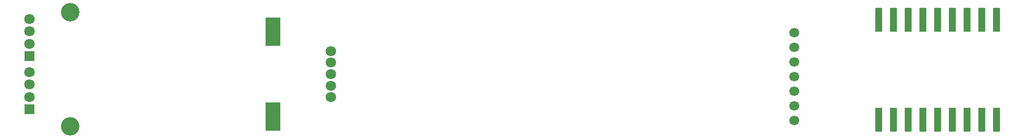
<source format=gbs>
G04 #@! TF.GenerationSoftware,KiCad,Pcbnew,8.0.7*
G04 #@! TF.CreationDate,2025-06-18T23:32:32-07:00*
G04 #@! TF.ProjectId,ESP32_MIDI_v3a,45535033-325f-44d4-9944-495f7633612e,rev?*
G04 #@! TF.SameCoordinates,Original*
G04 #@! TF.FileFunction,Soldermask,Bot*
G04 #@! TF.FilePolarity,Negative*
%FSLAX46Y46*%
G04 Gerber Fmt 4.6, Leading zero omitted, Abs format (unit mm)*
G04 Created by KiCad (PCBNEW 8.0.7) date 2025-06-18 23:32:32*
%MOMM*%
%LPD*%
G01*
G04 APERTURE LIST*
G04 Aperture macros list*
%AMFreePoly0*
4,1,11,0.558779,3.080902,0.595106,3.030902,0.600000,3.000000,0.600000,-1.000000,-0.600000,-1.000000,-0.600000,3.000000,-0.580902,3.058779,-0.530902,3.095106,-0.500000,3.100000,0.500000,3.100000,0.558779,3.080902,0.558779,3.080902,$1*%
G04 Aperture macros list end*
%ADD10C,1.700000*%
%ADD11C,3.200000*%
%ADD12R,1.800000X1.800000*%
%ADD13C,1.800000*%
%ADD14FreePoly0,180.000000*%
%ADD15FreePoly0,0.000000*%
%ADD16R,2.600000X5.000000*%
G04 APERTURE END LIST*
D10*
X170920000Y-106120000D03*
X170920000Y-103580000D03*
X170920000Y-101040000D03*
X170920000Y-98500000D03*
X170920000Y-95960000D03*
X170920000Y-93420000D03*
X170920000Y-90880000D03*
D11*
X46000000Y-107188000D03*
D12*
X39000000Y-95000000D03*
D13*
X39000000Y-92841000D03*
X39000000Y-90682000D03*
X39000000Y-88523000D03*
D12*
X39000000Y-104240000D03*
D13*
X39000000Y-102081000D03*
X39000000Y-99922000D03*
X39000000Y-97763000D03*
D11*
X46000000Y-87376000D03*
D14*
X205740000Y-105000000D03*
X203200000Y-105000000D03*
X200660000Y-105000000D03*
X198120000Y-105000000D03*
X195580000Y-105000000D03*
X193040000Y-105000000D03*
X190500000Y-105000000D03*
X187960000Y-105000000D03*
X185420000Y-105000000D03*
D15*
X185420000Y-89760000D03*
X187960000Y-89760000D03*
X190500000Y-89760000D03*
X193040000Y-89760000D03*
X195580000Y-89760000D03*
X198120000Y-89760000D03*
X200660000Y-89760000D03*
X203200000Y-89760000D03*
X205740000Y-89760000D03*
D13*
X90932000Y-102108000D03*
X90932000Y-100108000D03*
X90932000Y-98108000D03*
X90932000Y-96108000D03*
X90932000Y-94108000D03*
D16*
X80932000Y-105458000D03*
X80932000Y-90758000D03*
M02*

</source>
